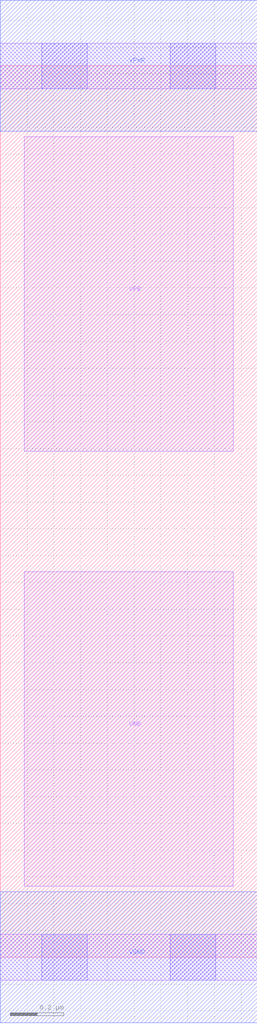
<source format=lef>
# Copyright 2020 The SkyWater PDK Authors
#
# Licensed under the Apache License, Version 2.0 (the "License");
# you may not use this file except in compliance with the License.
# You may obtain a copy of the License at
#
#     https://www.apache.org/licenses/LICENSE-2.0
#
# Unless required by applicable law or agreed to in writing, software
# distributed under the License is distributed on an "AS IS" BASIS,
# WITHOUT WARRANTIES OR CONDITIONS OF ANY KIND, either express or implied.
# See the License for the specific language governing permissions and
# limitations under the License.
#
# SPDX-License-Identifier: Apache-2.0

VERSION 5.5 ;
NAMESCASESENSITIVE ON ;
BUSBITCHARS "[]" ;
DIVIDERCHAR "/" ;
MACRO sky130_fd_sc_hs__tap_2
  CLASS CORE ;
  SOURCE USER ;
  ORIGIN  0.000000  0.000000 ;
  SIZE  0.960000 BY  3.330000 ;
  SYMMETRY X Y ;
  SITE unit ;
  PIN VGND
    DIRECTION INOUT ;
    USE GROUND ;
    PORT
      LAYER met1 ;
        RECT 0.000000 -0.245000 0.960000 0.245000 ;
    END
  END VGND
  PIN VNB
    DIRECTION INOUT ;
    USE GROUND ;
    PORT
      LAYER li1 ;
        RECT 0.090000 0.265000 0.870000 1.440000 ;
    END
  END VNB
  PIN VPB
    DIRECTION INOUT ;
    USE POWER ;
    PORT
      LAYER li1 ;
        RECT 0.090000 1.890000 0.870000 3.065000 ;
    END
  END VPB
  PIN VPWR
    DIRECTION INOUT ;
    USE POWER ;
    PORT
      LAYER met1 ;
        RECT 0.000000 3.085000 0.960000 3.575000 ;
    END
  END VPWR
  OBS
    LAYER li1 ;
      RECT 0.000000 -0.085000 0.960000 0.085000 ;
      RECT 0.000000  3.245000 0.960000 3.415000 ;
    LAYER mcon ;
      RECT 0.155000 -0.085000 0.325000 0.085000 ;
      RECT 0.155000  3.245000 0.325000 3.415000 ;
      RECT 0.635000 -0.085000 0.805000 0.085000 ;
      RECT 0.635000  3.245000 0.805000 3.415000 ;
  END
END sky130_fd_sc_hs__tap_2

</source>
